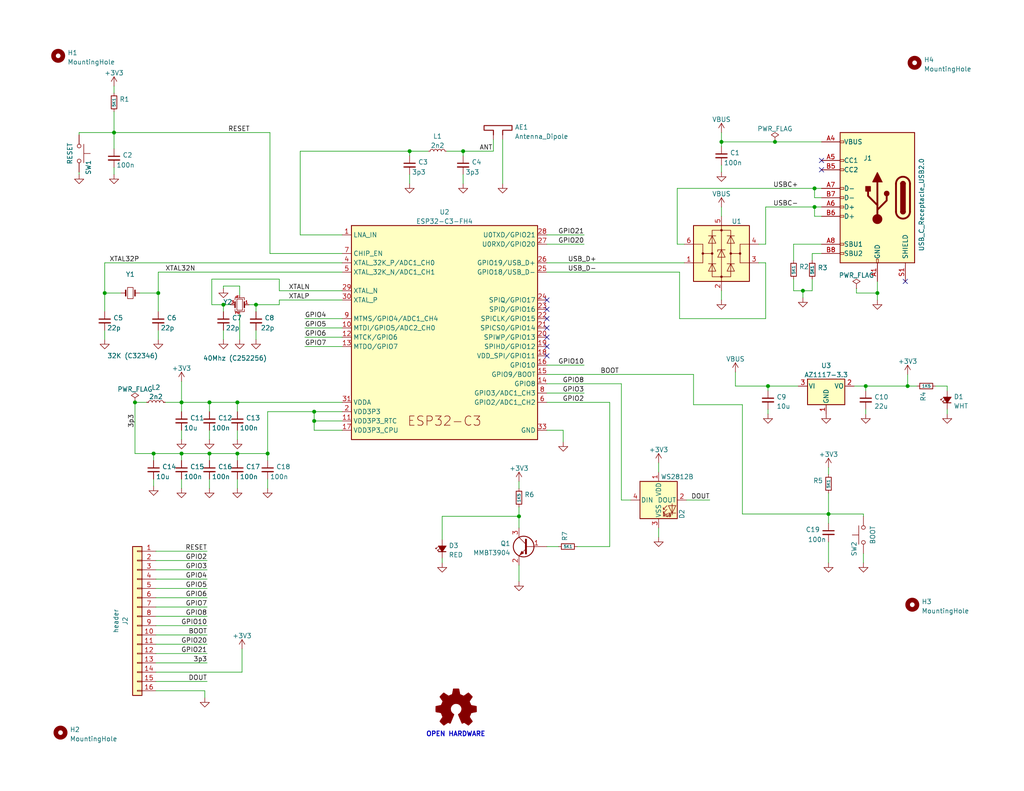
<source format=kicad_sch>
(kicad_sch (version 20211123) (generator eeschema)
  (paper "A")
  (title_block (title "MR-KOH") (date "2023-01-21") (rev "1") (company "Mobula Mobular"))
  (lib_symbols
    (symbol "Connector:USB_C_Receptacle_USB2.0" (pin_names (offset 1.016))
      (property "Reference" "J" (at -10.16 19.05 0))
      (property "Value" "USB_C_Receptacle_USB2.0" (at 19.05 19.05 0))
      (symbol "USB_C_Receptacle_USB2.0_1_1"
        (pin passive line (at 0 -22.86 90) (length 5.08) (name "GND") (number "A1"))
        (pin passive line (at 0 -22.86 90) (length 5.08) hide (name "GND") (number "A12"))
        (pin passive line (at 15.24 15.24 180) (length 5.08) (name "VBUS") (number "A4"))
        (pin bidirectional line (at 15.24 10.16 180) (length 5.08) (name "CC1") (number "A5"))
        (pin bidirectional line (at 15.24 -2.54 180) (length 5.08) (name "D+") (number "A6"))
        (pin bidirectional line (at 15.24 2.54 180) (length 5.08) (name "D-") (number "A7"))
        (pin bidirectional line (at 15.24 -12.7 180) (length 5.08) (name "SBU1") (number "A8"))
        (pin passive line (at 15.24 15.24 180) (length 5.08) hide (name "VBUS") (number "A9"))
        (pin passive line (at 0 -22.86 90) (length 5.08) hide (name "GND") (number "B1"))
        (pin passive line (at 0 -22.86 90) (length 5.08) hide (name "GND") (number "B12"))
        (pin passive line (at 15.24 15.24 180) (length 5.08) hide (name "VBUS") (number "B4"))
        (pin bidirectional line (at 15.24 7.62 180) (length 5.08) (name "CC2") (number "B5"))
        (pin bidirectional line (at 15.24 -5.08 180) (length 5.08) (name "D+") (number "B6"))
        (pin bidirectional line (at 15.24 0 180) (length 5.08) (name "D-") (number "B7"))
        (pin bidirectional line (at 15.24 -15.24 180) (length 5.08) (name "SBU2") (number "B8"))
        (pin passive line (at 15.24 15.24 180) (length 5.08) hide (name "VBUS") (number "B9"))
        (pin passive line (at -7.62 -22.86 90) (length 5.08) (name "SHIELD") (number "S1"))
      )
    )
    (symbol "Connector_Generic:Conn_01x16" (pin_names (offset 1.016) hide)
      (property "Reference" "J" (at 0 20.32 0))
      (property "Value" "Conn_01x16" (at 0 -22.86 0))
      (symbol "Conn_01x16_1_1"
        (pin passive line (at -5.08 17.78 0) (length 3.81) (name "Pin_1") (number "1"))
        (pin passive line (at -5.08 -5.08 0) (length 3.81) (name "Pin_10") (number "10"))
        (pin passive line (at -5.08 -7.62 0) (length 3.81) (name "Pin_11") (number "11"))
        (pin passive line (at -5.08 -10.16 0) (length 3.81) (name "Pin_12") (number "12"))
        (pin passive line (at -5.08 -12.7 0) (length 3.81) (name "Pin_13") (number "13"))
        (pin passive line (at -5.08 -15.24 0) (length 3.81) (name "Pin_14") (number "14"))
        (pin passive line (at -5.08 -17.78 0) (length 3.81) (name "Pin_15") (number "15"))
        (pin passive line (at -5.08 -20.32 0) (length 3.81) (name "Pin_16") (number "16"))
        (pin passive line (at -5.08 15.24 0) (length 3.81) (name "Pin_2") (number "2"))
        (pin passive line (at -5.08 12.7 0) (length 3.81) (name "Pin_3") (number "3"))
        (pin passive line (at -5.08 10.16 0) (length 3.81) (name "Pin_4") (number "4"))
        (pin passive line (at -5.08 7.62 0) (length 3.81) (name "Pin_5") (number "5"))
        (pin passive line (at -5.08 5.08 0) (length 3.81) (name "Pin_6") (number "6"))
        (pin passive line (at -5.08 2.54 0) (length 3.81) (name "Pin_7") (number "7"))
        (pin passive line (at -5.08 0 0) (length 3.81) (name "Pin_8") (number "8"))
        (pin passive line (at -5.08 -2.54 0) (length 3.81) (name "Pin_9") (number "9"))
      )
    )
    (symbol "Device:Antenna_Dipole" (pin_numbers hide) (pin_names (offset 1.016) hide)
      (property "Reference" "AE" (at 1.27 1.27 0))
      (property "Value" "Antenna_Dipole" (at 1.27 0 0))
      (symbol "Antenna_Dipole_1_1"
        (pin input line (at 0 -5.08 90) (length 2.54) (name "~") (number "1"))
        (pin input line (at 2.54 -5.08 90) (length 2.54) (name "~") (number "2"))
      )
    )
    (symbol "Device:C_Small" (pin_numbers hide) (pin_names (offset 0.254) hide)
      (property "Reference" "C" (at 0.254 1.778 0))
      (property "Value" "C_Small" (at 0.254 -2.032 0))
      (symbol "C_Small_1_1"
        (pin passive line (at 0 2.54 270) (length 2.032) (name "~") (number "1"))
        (pin passive line (at 0 -2.54 90) (length 2.032) (name "~") (number "2"))
      )
    )
    (symbol "Device:Crystal_GND24_Small" (pin_names (offset 1.016) hide)
      (property "Reference" "Y" (at 1.27 4.445 0))
      (property "Value" "Crystal_GND24_Small" (at 1.27 2.54 0))
      (symbol "Crystal_GND24_Small_1_1"
        (pin passive line (at -2.54 0 0) (length 1.27) (name "1") (number "1"))
        (pin passive line (at 0 -2.54 90) (length 0.635) (name "2") (number "2"))
        (pin passive line (at 2.54 0 180) (length 1.27) (name "3") (number "3"))
        (pin passive line (at 0 2.54 270) (length 0.635) (name "4") (number "4"))
      )
    )
    (symbol "Device:Crystal_Small" (pin_numbers hide) (pin_names (offset 1.016) hide)
      (property "Reference" "Y" (at 0 2.54 0))
      (property "Value" "Crystal_Small" (at 0 -2.54 0))
      (symbol "Crystal_Small_1_1"
        (pin passive line (at -2.54 0 0) (length 1.27) (name "1") (number "1"))
        (pin passive line (at 2.54 0 180) (length 1.27) (name "2") (number "2"))
      )
    )
    (symbol "Device:LED_Small_Filled" (pin_numbers hide) (pin_names (offset 0.254) hide)
      (property "Reference" "D" (at -1.27 3.175 0))
      (property "Value" "LED_Small_Filled" (at -4.445 -2.54 0))
      (symbol "LED_Small_Filled_1_1"
        (pin passive line (at -2.54 0 0) (length 1.778) (name "K") (number "1"))
        (pin passive line (at 2.54 0 180) (length 1.778) (name "A") (number "2"))
      )
    )
    (symbol "Device:L_Small" (pin_numbers hide) (pin_names (offset 0.254) hide)
      (property "Reference" "L" (at 0.762 1.016 0))
      (property "Value" "L_Small" (at 0.762 -1.016 0))
      (symbol "L_Small_1_1"
        (pin passive line (at 0 2.54 270) (length 0.508) (name "~") (number "1"))
        (pin passive line (at 0 -2.54 90) (length 0.508) (name "~") (number "2"))
      )
    )
    (symbol "Device:R_Small" (pin_numbers hide) (pin_names (offset 0.254) hide)
      (property "Reference" "R" (at 0.762 0.508 0))
      (property "Value" "R_Small" (at 0.762 -1.016 0))
      (symbol "R_Small_1_1"
        (pin passive line (at 0 2.54 270) (length 0.762) (name "~") (number "1"))
        (pin passive line (at 0 -2.54 90) (length 0.762) (name "~") (number "2"))
      )
    )
    (symbol "Espressif:ESP32-C3"
      (property "Reference" "U" (at -25.4 35.56 0))
      (property "Value" "ESP32-C3" (at -25.4 33.02 0))
      (symbol "ESP32-C3_0_0"
        (text "ESP32-C3" (at 0 -22.86 0) (effects (font (size 2.54 2.54))))
        (pin bidirectional line (at -27.94 27.94 0) (length 2.54) (name "LNA_IN") (number "1"))
        (pin bidirectional line (at -27.94 2.54 0) (length 2.54) (name "MTDI/GPIO5/ADC2_CH0") (number "10"))
        (pin power_in line (at -27.94 -22.86 0) (length 2.54) (name "VDD3P3_RTC") (number "11"))
        (pin bidirectional line (at -27.94 0 0) (length 2.54) (name "MTCK/GPIO6") (number "12"))
        (pin bidirectional line (at -27.94 -2.54 0) (length 2.54) (name "MTDO/GPIO7") (number "13"))
        (pin bidirectional line (at 27.94 -12.7 180) (length 2.54) (name "GPIO8") (number "14"))
        (pin bidirectional line (at 27.94 -10.16 180) (length 2.54) (name "GPIO9/BOOT") (number "15"))
        (pin bidirectional line (at 27.94 -7.62 180) (length 2.54) (name "GPIO10") (number "16"))
        (pin power_in line (at -27.94 -25.4 0) (length 2.54) (name "VDD3P3_CPU") (number "17"))
        (pin bidirectional line (at 27.94 -5.08 180) (length 2.54) (name "VDD_SPI/GPIO11") (number "18"))
        (pin bidirectional line (at 27.94 -2.54 180) (length 2.54) (name "SPIHD/GPIO12") (number "19"))
        (pin power_in line (at -27.94 -20.32 0) (length 2.54) (name "VDD3P3") (number "2"))
        (pin bidirectional line (at 27.94 0 180) (length 2.54) (name "SPIWP/GPIO13") (number "20"))
        (pin bidirectional line (at 27.94 2.54 180) (length 2.54) (name "SPICS0/GPIO14") (number "21"))
        (pin bidirectional line (at 27.94 5.08 180) (length 2.54) (name "SPICLK/GPIO15") (number "22"))
        (pin bidirectional line (at 27.94 7.62 180) (length 2.54) (name "SPID/GPIO16") (number "23"))
        (pin bidirectional line (at 27.94 10.16 180) (length 2.54) (name "SPIQ/GPIO17") (number "24"))
        (pin bidirectional line (at 27.94 17.78 180) (length 2.54) (name "GPIO18/USB_D-") (number "25"))
        (pin bidirectional line (at 27.94 20.32 180) (length 2.54) (name "GPIO19/USB_D+") (number "26"))
        (pin bidirectional line (at 27.94 25.4 180) (length 2.54) (name "U0RXD/GPIO20") (number "27"))
        (pin bidirectional line (at 27.94 27.94 180) (length 2.54) (name "U0TXD/GPIO21") (number "28"))
        (pin output line (at -27.94 12.7 0) (length 2.54) (name "XTAL_N") (number "29"))
        (pin input line (at -27.94 10.16 0) (length 2.54) (name "XTAL_P") (number "30"))
        (pin power_in line (at -27.94 -17.78 0) (length 2.54) (name "VDDA") (number "31"))
        (pin power_in line (at 27.94 -25.4 180) (length 2.54) (name "GND") (number "33"))
        (pin output line (at -27.94 20.32 0) (length 2.54) (name "XTAL_32K_P/ADC1_CH0") (number "4"))
        (pin input line (at -27.94 17.78 0) (length 2.54) (name "XTAL_32K_N/ADC1_CH1") (number "5"))
        (pin bidirectional line (at 27.94 -17.78 180) (length 2.54) (name "GPIO2/ADC1_CH2") (number "6"))
        (pin input line (at -27.94 22.86 0) (length 2.54) (name "CHIP_EN") (number "7"))
        (pin bidirectional line (at 27.94 -15.24 180) (length 2.54) (name "GPIO3/ADC1_CH3") (number "8"))
        (pin bidirectional line (at -27.94 5.08 0) (length 2.54) (name "MTMS/GPIO4/ADC1_CH4") (number "9"))
      )
      (symbol "ESP32-C3_0_1"
        (pin passive line (at -27.94 -20.32 0) (length 2.54) hide (name "VDD3P3") (number "3"))
        (pin passive line (at -27.94 -17.78 0) (length 2.54) hide (name "VDDA") (number "32"))
      )
    )
    (symbol "Graphic:Logo_Open_Hardware_Small" (pin_names (offset 1.016)))
    (symbol "LED:WS2812B" (pin_names (offset 0.254))
      (property "Reference" "D" (at 5.08 5.715 0))
      (property "Value" "WS2812B" (at 1.27 -5.715 0))
      (symbol "WS2812B_0_0"
        (text "RGB" (at 2.286 -4.191 0) (effects (font (size 0.762 0.762))))
      )
      (symbol "WS2812B_1_1"
        (pin power_in line (at 0 7.62 270) (length 2.54) (name "VDD") (number "1"))
        (pin output line (at 7.62 0 180) (length 2.54) (name "DOUT") (number "2"))
        (pin power_in line (at 0 -7.62 90) (length 2.54) (name "VSS") (number "3"))
        (pin input line (at -7.62 0 0) (length 2.54) (name "DIN") (number "4"))
      )
    )
    (symbol "Mechanical:MountingHole" (pin_names (offset 1.016))
      (property "Reference" "H" (at 0 5.08 0))
      (property "Value" "MountingHole" (at 0 3.175 0))
    )
    (symbol "Power_Protection:USBLC6-2SC6" (pin_names hide)
      (property "Reference" "U" (at 2.54 8.89 0))
      (property "Value" "USBLC6-2SC6" (at 2.54 -8.89 0))
      (symbol "USBLC6-2SC6_1_1"
        (pin passive line (at -10.16 -2.54 0) (length 2.54) (name "I/O1") (number "1"))
        (pin passive line (at 0 -10.16 90) (length 2.54) (name "GND") (number "2"))
        (pin passive line (at 10.16 -2.54 180) (length 2.54) (name "I/O2") (number "3"))
        (pin passive line (at 10.16 2.54 180) (length 2.54) (name "I/O2") (number "4"))
        (pin passive line (at 0 10.16 270) (length 2.54) (name "VBUS") (number "5"))
        (pin passive line (at -10.16 2.54 0) (length 2.54) (name "I/O1") (number "6"))
      )
    )
    (symbol "Regulator_Linear:AZ1117-3.3" (pin_names (offset 0.254))
      (property "Reference" "U" (at -3.81 3.175 0))
      (property "Value" "AZ1117-3.3" (at 0 3.175 0))
      (symbol "AZ1117-3.3_1_1"
        (pin power_in line (at 0 -7.62 90) (length 2.54) (name "GND") (number "1"))
        (pin power_out line (at 7.62 0 180) (length 2.54) (name "VO") (number "2"))
        (pin power_in line (at -7.62 0 0) (length 2.54) (name "VI") (number "3"))
      )
    )
    (symbol "Switch:SW_Push" (pin_numbers hide) (pin_names (offset 1.016) hide)
      (property "Reference" "SW" (at 1.27 2.54 0))
      (property "Value" "SW_Push" (at 0 -1.524 0))
      (symbol "SW_Push_0_1"
        (pin passive line (at -5.08 0 0) (length 2.54) (name "1") (number "1"))
        (pin passive line (at 5.08 0 180) (length 2.54) (name "2") (number "2"))
      )
    )
    (symbol "Transistor_BJT:MMBT3904" (pin_names (offset 0) hide)
      (property "Reference" "Q" (at 5.08 1.905 0))
      (property "Value" "MMBT3904" (at 5.08 0 0))
      (symbol "MMBT3904_1_1"
        (pin input line (at -5.08 0 0) (length 5.715) (name "B") (number "1"))
        (pin passive line (at 2.54 -5.08 90) (length 2.54) (name "E") (number "2"))
        (pin passive line (at 2.54 5.08 270) (length 2.54) (name "C") (number "3"))
      )
    )
    (symbol "power:+3V3" (power) (pin_names (offset 0))
      (property "Value" "+3V3" (at 0 3.556 0))
      (symbol "+3V3_1_1"
        (pin power_in line (at 0 0 90) (length 0) hide (name "+3V3") (number "1"))
      )
    )
    (symbol "power:GND" (power) (pin_names (offset 0))
      (property "Value" "GND" (at 0 -3.81 0))
      (symbol "GND_1_1"
        (pin power_in line (at 0 0 270) (length 0) hide (name "GND") (number "1"))
      )
    )
    (symbol "power:PWR_FLAG" (power) (pin_numbers hide) (pin_names (offset 0) hide)
      (property "Value" "PWR_FLAG" (at 0 3.81 0))
      (symbol "PWR_FLAG_0_0"
        (pin power_out line (at 0 0 90) (length 0) (name "pwr") (number "1"))
      )
    )
    (symbol "power:VBUS" (power) (pin_names (offset 0))
      (property "Value" "VBUS" (at 0 3.81 0))
      (symbol "VBUS_1_1"
        (pin power_in line (at 0 0 90) (length 0) hide (name "VBUS") (number "1"))
      )
    )
  )
  (junction (at 209.55 105.41))
  (junction (at 28.575 80.01))
  (junction (at 219.075 79.375))
  (junction (at 85.725 112.395))
  (junction (at 49.53 109.855))
  (junction (at 239.395 80.01))
  (junction (at 126.365 41.275))
  (junction (at 73.025 123.825))
  (junction (at 64.77 123.825))
  (junction (at 247.65 105.41))
  (junction (at 226.06 140.335))
  (junction (at 43.18 80.01))
  (junction (at 222.25 56.515))
  (junction (at 36.83 109.855))
  (junction (at 69.85 83.185))
  (junction (at 222.25 51.435))
  (junction (at 41.91 123.825))
  (junction (at 236.22 105.41))
  (junction (at 64.77 109.855))
  (junction (at 141.605 140.97))
  (junction (at 57.15 109.855))
  (junction (at 85.725 114.935))
  (junction (at 196.85 38.735))
  (junction (at 49.53 123.825))
  (junction (at 60.96 83.185))
  (junction (at 211.455 38.735))
  (junction (at 31.115 36.195))
  (junction (at 57.15 123.825))
  (junction (at 111.76 41.275))
  (no_connect (at 247.015 76.835))
  (no_connect (at 224.155 46.355))
  (no_connect (at 149.225 92.075))
  (no_connect (at 224.155 43.815))
  (no_connect (at 149.225 89.535))
  (no_connect (at 149.225 86.995))
  (no_connect (at 149.225 97.155))
  (no_connect (at 149.225 94.615))
  (no_connect (at 149.225 84.455))
  (no_connect (at 149.225 81.915))
  (wire (pts (xy 111.76 41.275) (xy 111.76 42.545)))
  (wire (pts (xy 65.405 78.105) (xy 60.96 78.105)))
  (wire (pts (xy 258.445 105.41) (xy 258.445 106.68)))
  (wire (pts (xy 41.91 123.825) (xy 41.91 125.73)))
  (wire (pts (xy 202.565 140.335) (xy 202.565 110.49)))
  (wire (pts (xy 73.66 36.195) (xy 31.115 36.195)))
  (wire (pts (xy 65.405 80.645) (xy 65.405 78.105)))
  (wire (pts (xy 169.545 104.775) (xy 169.545 136.525)))
  (wire (pts (xy 222.25 51.435) (xy 222.25 53.975)))
  (wire (pts (xy 224.155 66.675) (xy 216.535 66.675)))
  (wire (pts (xy 258.445 111.76) (xy 258.445 113.03)))
  (wire (pts (xy 149.225 99.695) (xy 159.385 99.695)))
  (wire (pts (xy 43.18 74.295) (xy 93.345 74.295)))
  (wire (pts (xy 111.76 47.625) (xy 111.76 50.165)))
  (wire (pts (xy 49.53 109.855) (xy 49.53 112.395)))
  (wire (pts (xy 56.515 160.655) (xy 42.545 160.655)))
  (wire (pts (xy 236.22 111.76) (xy 236.22 113.03)))
  (wire (pts (xy 235.585 140.335) (xy 235.585 140.97)))
  (wire (pts (xy 93.345 69.215) (xy 73.66 69.215)))
  (wire (pts (xy 73.025 130.81) (xy 73.025 133.35)))
  (wire (pts (xy 81.915 41.275) (xy 111.76 41.275)))
  (wire (pts (xy 31.115 30.48) (xy 31.115 36.195)))
  (wire (pts (xy 49.53 130.81) (xy 49.53 133.35)))
  (wire (pts (xy 222.25 59.055) (xy 222.25 56.515)))
  (wire (pts (xy 111.76 41.275) (xy 116.84 41.275)))
  (wire (pts (xy 66.04 183.515) (xy 42.545 183.515)))
  (wire (pts (xy 93.345 109.855) (xy 64.77 109.855)))
  (wire (pts (xy 64.77 123.825) (xy 57.15 123.825)))
  (wire (pts (xy 239.395 80.01) (xy 239.395 81.915)))
  (wire (pts (xy 141.605 140.97) (xy 141.605 144.145)))
  (wire (pts (xy 76.2 83.185) (xy 69.85 83.185)))
  (wire (pts (xy 42.545 186.055) (xy 56.515 186.055)))
  (wire (pts (xy 21.59 36.195) (xy 31.115 36.195)))
  (wire (pts (xy 224.155 69.215) (xy 221.615 69.215)))
  (wire (pts (xy 236.22 106.68) (xy 236.22 105.41)))
  (wire (pts (xy 222.25 56.515) (xy 224.155 56.515)))
  (wire (pts (xy 208.915 66.675) (xy 208.915 56.515)))
  (wire (pts (xy 153.67 117.475) (xy 153.67 120.65)))
  (wire (pts (xy 196.85 36.195) (xy 196.85 38.735)))
  (wire (pts (xy 226.06 140.335) (xy 226.06 142.875)))
  (wire (pts (xy 224.155 38.735) (xy 211.455 38.735)))
  (wire (pts (xy 43.18 90.17) (xy 43.18 92.71)))
  (wire (pts (xy 239.395 76.835) (xy 239.395 80.01)))
  (wire (pts (xy 81.915 64.135) (xy 81.915 41.275)))
  (wire (pts (xy 49.53 123.825) (xy 49.53 125.73)))
  (wire (pts (xy 57.15 109.855) (xy 57.15 112.395)))
  (wire (pts (xy 224.155 59.055) (xy 222.25 59.055)))
  (wire (pts (xy 31.115 45.72) (xy 31.115 47.625)))
  (wire (pts (xy 83.185 89.535) (xy 93.345 89.535)))
  (wire (pts (xy 93.345 112.395) (xy 85.725 112.395)))
  (wire (pts (xy 31.115 36.195) (xy 31.115 40.64)))
  (wire (pts (xy 83.185 94.615) (xy 93.345 94.615)))
  (wire (pts (xy 42.545 188.595) (xy 55.88 188.595)))
  (wire (pts (xy 226.06 134.62) (xy 226.06 140.335)))
  (wire (pts (xy 196.85 38.735) (xy 196.85 40.005)))
  (wire (pts (xy 134.62 38.1) (xy 134.62 41.275)))
  (wire (pts (xy 185.42 74.295) (xy 185.42 86.995)))
  (wire (pts (xy 202.565 110.49) (xy 189.23 110.49)))
  (wire (pts (xy 200.66 101.6) (xy 200.66 105.41)))
  (wire (pts (xy 28.575 80.01) (xy 33.02 80.01)))
  (wire (pts (xy 57.785 76.2) (xy 57.785 83.185)))
  (wire (pts (xy 200.66 105.41) (xy 209.55 105.41)))
  (wire (pts (xy 186.69 66.675) (xy 184.785 66.675)))
  (wire (pts (xy 49.53 109.855) (xy 49.53 104.14)))
  (wire (pts (xy 179.705 126.365) (xy 179.705 128.905)))
  (wire (pts (xy 38.1 80.01) (xy 43.18 80.01)))
  (wire (pts (xy 149.225 102.235) (xy 189.23 102.235)))
  (wire (pts (xy 149.225 109.855) (xy 166.37 109.855)))
  (wire (pts (xy 187.325 136.525) (xy 193.675 136.525)))
  (wire (pts (xy 60.96 83.185) (xy 60.96 85.09)))
  (wire (pts (xy 235.585 151.13) (xy 235.585 153.67)))
  (wire (pts (xy 185.42 86.995) (xy 208.915 86.995)))
  (wire (pts (xy 41.91 123.825) (xy 36.83 123.825)))
  (wire (pts (xy 141.605 154.305) (xy 141.605 158.75)))
  (wire (pts (xy 76.2 76.2) (xy 57.785 76.2)))
  (wire (pts (xy 120.65 152.4) (xy 120.65 153.67)))
  (wire (pts (xy 73.025 123.825) (xy 64.77 123.825)))
  (wire (pts (xy 73.025 123.825) (xy 73.025 125.73)))
  (wire (pts (xy 21.59 36.195) (xy 21.59 36.83)))
  (wire (pts (xy 255.27 105.41) (xy 258.445 105.41)))
  (wire (pts (xy 56.515 175.895) (xy 42.545 175.895)))
  (wire (pts (xy 247.65 105.41) (xy 247.65 102.235)))
  (wire (pts (xy 184.785 51.435) (xy 222.25 51.435)))
  (wire (pts (xy 49.53 117.475) (xy 49.53 120.015)))
  (wire (pts (xy 43.18 80.01) (xy 43.18 85.09)))
  (wire (pts (xy 208.915 71.755) (xy 207.01 71.755)))
  (wire (pts (xy 57.15 109.855) (xy 49.53 109.855)))
  (wire (pts (xy 28.575 80.01) (xy 28.575 85.09)))
  (wire (pts (xy 126.365 41.275) (xy 134.62 41.275)))
  (wire (pts (xy 66.04 177.165) (xy 66.04 183.515)))
  (wire (pts (xy 45.085 109.855) (xy 49.53 109.855)))
  (wire (pts (xy 226.06 127.635) (xy 226.06 129.54)))
  (wire (pts (xy 76.2 81.915) (xy 76.2 83.185)))
  (wire (pts (xy 216.535 79.375) (xy 219.075 79.375)))
  (wire (pts (xy 149.225 104.775) (xy 169.545 104.775)))
  (wire (pts (xy 56.515 163.195) (xy 42.545 163.195)))
  (wire (pts (xy 196.85 79.375) (xy 196.85 81.915)))
  (wire (pts (xy 56.515 173.355) (xy 42.545 173.355)))
  (wire (pts (xy 126.365 41.275) (xy 126.365 42.545)))
  (wire (pts (xy 56.515 150.495) (xy 42.545 150.495)))
  (wire (pts (xy 121.92 41.275) (xy 126.365 41.275)))
  (wire (pts (xy 28.575 90.17) (xy 28.575 92.71)))
  (wire (pts (xy 184.785 51.435) (xy 184.785 66.675)))
  (wire (pts (xy 41.91 130.81) (xy 41.91 132.715)))
  (wire (pts (xy 216.535 76.2) (xy 216.535 79.375)))
  (wire (pts (xy 221.615 69.215) (xy 221.615 71.12)))
  (wire (pts (xy 60.96 90.17) (xy 60.96 92.71)))
  (wire (pts (xy 57.15 130.81) (xy 57.15 133.35)))
  (wire (pts (xy 224.155 51.435) (xy 222.25 51.435)))
  (wire (pts (xy 233.68 78.74) (xy 233.68 80.01)))
  (wire (pts (xy 36.83 109.855) (xy 40.005 109.855)))
  (wire (pts (xy 69.85 83.185) (xy 69.85 85.09)))
  (wire (pts (xy 137.16 38.1) (xy 137.16 50.165)))
  (wire (pts (xy 60.96 78.105) (xy 60.96 78.74)))
  (wire (pts (xy 179.705 144.145) (xy 179.705 146.685)))
  (wire (pts (xy 85.725 114.935) (xy 85.725 112.395)))
  (wire (pts (xy 208.915 71.755) (xy 208.915 86.995)))
  (wire (pts (xy 73.66 69.215) (xy 73.66 36.195)))
  (wire (pts (xy 149.225 74.295) (xy 185.42 74.295)))
  (wire (pts (xy 149.225 64.135) (xy 159.385 64.135)))
  (wire (pts (xy 209.55 105.41) (xy 209.55 106.68)))
  (wire (pts (xy 28.575 71.755) (xy 28.575 80.01)))
  (wire (pts (xy 64.77 109.855) (xy 57.15 109.855)))
  (wire (pts (xy 55.88 188.595) (xy 55.88 190.5)))
  (wire (pts (xy 216.535 66.675) (xy 216.535 71.12)))
  (wire (pts (xy 76.2 81.915) (xy 93.345 81.915)))
  (wire (pts (xy 126.365 47.625) (xy 126.365 50.165)))
  (wire (pts (xy 149.225 149.225) (xy 152.4 149.225)))
  (wire (pts (xy 141.605 138.43) (xy 141.605 140.97)))
  (wire (pts (xy 83.185 86.995) (xy 93.345 86.995)))
  (wire (pts (xy 120.65 147.32) (xy 120.65 140.97)))
  (wire (pts (xy 57.15 123.825) (xy 49.53 123.825)))
  (wire (pts (xy 226.06 147.955) (xy 226.06 153.67)))
  (wire (pts (xy 149.225 71.755) (xy 186.69 71.755)))
  (wire (pts (xy 233.045 105.41) (xy 236.22 105.41)))
  (wire (pts (xy 76.2 79.375) (xy 93.345 79.375)))
  (wire (pts (xy 56.515 168.275) (xy 42.545 168.275)))
  (wire (pts (xy 57.15 117.475) (xy 57.15 120.015)))
  (wire (pts (xy 202.565 140.335) (xy 226.06 140.335)))
  (wire (pts (xy 221.615 79.375) (xy 221.615 76.2)))
  (wire (pts (xy 209.55 111.76) (xy 209.55 113.03)))
  (wire (pts (xy 73.025 112.395) (xy 73.025 123.825)))
  (wire (pts (xy 42.545 180.975) (xy 56.515 180.975)))
  (wire (pts (xy 93.345 64.135) (xy 81.915 64.135)))
  (wire (pts (xy 36.83 109.855) (xy 36.83 123.825)))
  (wire (pts (xy 64.77 130.81) (xy 64.77 133.35)))
  (wire (pts (xy 207.01 66.675) (xy 208.915 66.675)))
  (wire (pts (xy 56.515 170.815) (xy 42.545 170.815)))
  (wire (pts (xy 85.725 112.395) (xy 73.025 112.395)))
  (wire (pts (xy 21.59 46.99) (xy 21.59 47.625)))
  (wire (pts (xy 93.345 71.755) (xy 28.575 71.755)))
  (wire (pts (xy 141.605 131.445) (xy 141.605 133.35)))
  (wire (pts (xy 67.945 83.185) (xy 69.85 83.185)))
  (wire (pts (xy 83.185 92.075) (xy 93.345 92.075)))
  (wire (pts (xy 85.725 117.475) (xy 85.725 114.935)))
  (wire (pts (xy 65.405 85.725) (xy 65.405 92.71)))
  (wire (pts (xy 43.18 74.295) (xy 43.18 80.01)))
  (wire (pts (xy 93.345 117.475) (xy 85.725 117.475)))
  (wire (pts (xy 64.77 109.855) (xy 64.77 112.395)))
  (wire (pts (xy 64.77 117.475) (xy 64.77 120.015)))
  (wire (pts (xy 233.68 80.01) (xy 239.395 80.01)))
  (wire (pts (xy 236.22 105.41) (xy 247.65 105.41)))
  (wire (pts (xy 196.85 45.085) (xy 196.85 46.99)))
  (wire (pts (xy 189.23 110.49) (xy 189.23 102.235)))
  (wire (pts (xy 31.115 23.495) (xy 31.115 25.4)))
  (wire (pts (xy 169.545 136.525) (xy 172.085 136.525)))
  (wire (pts (xy 64.77 123.825) (xy 64.77 125.73)))
  (wire (pts (xy 196.85 56.515) (xy 196.85 59.055)))
  (wire (pts (xy 56.515 155.575) (xy 42.545 155.575)))
  (wire (pts (xy 60.96 83.185) (xy 57.785 83.185)))
  (wire (pts (xy 222.25 53.975) (xy 224.155 53.975)))
  (wire (pts (xy 57.15 123.825) (xy 57.15 125.73)))
  (wire (pts (xy 56.515 153.035) (xy 42.545 153.035)))
  (wire (pts (xy 211.455 38.735) (xy 196.85 38.735)))
  (wire (pts (xy 166.37 149.225) (xy 166.37 109.855)))
  (wire (pts (xy 56.515 158.115) (xy 42.545 158.115)))
  (wire (pts (xy 49.53 123.825) (xy 41.91 123.825)))
  (wire (pts (xy 149.225 107.315) (xy 159.385 107.315)))
  (wire (pts (xy 219.075 79.375) (xy 221.615 79.375)))
  (wire (pts (xy 56.515 165.735) (xy 42.545 165.735)))
  (wire (pts (xy 149.225 117.475) (xy 153.67 117.475)))
  (wire (pts (xy 219.075 79.375) (xy 219.075 81.28)))
  (wire (pts (xy 209.55 105.41) (xy 217.805 105.41)))
  (wire (pts (xy 93.345 114.935) (xy 85.725 114.935)))
  (wire (pts (xy 208.915 56.515) (xy 222.25 56.515)))
  (wire (pts (xy 157.48 149.225) (xy 166.37 149.225)))
  (wire (pts (xy 235.585 140.335) (xy 226.06 140.335)))
  (wire (pts (xy 69.85 90.17) (xy 69.85 92.71)))
  (wire (pts (xy 76.2 79.375) (xy 76.2 76.2)))
  (wire (pts (xy 120.65 140.97) (xy 141.605 140.97)))
  (wire (pts (xy 56.515 178.435) (xy 42.545 178.435)))
  (wire (pts (xy 62.865 83.185) (xy 60.96 83.185)))
  (wire (pts (xy 149.225 66.675) (xy 159.385 66.675)))
  (wire (pts (xy 247.65 105.41) (xy 250.19 105.41)))
  (text "OPEN HARDWARE" (at 116.205 201.295 0) (effects (font (size 1.27 1.27) (thickness 0.254) bold) (justify left bottom)))
  (label "GPIO7" (at 56.515 165.735 180))
  (label "GPIO21" (at 56.515 178.435 180))
  (label "USBC-" (at 217.805 56.515 180))
  (label "GPIO6" (at 83.185 92.075 0))
  (label "GPIO10" (at 159.385 99.695 180))
  (label "GPIO7" (at 83.185 94.615 0))
  (label "GPIO20" (at 56.515 175.895 180))
  (label "GPIO2" (at 56.515 153.035 180))
  (label "XTAL32P" (at 29.845 71.755 0))
  (label "USBC+" (at 217.805 51.435 180))
  (label "GPIO6" (at 56.515 163.195 180))
  (label "GPIO5" (at 83.185 89.535 0))
  (label "DOUT" (at 56.515 186.055 180))
  (label "GPIO21" (at 159.385 64.135 180))
  (label "3p3" (at 36.83 113.03 270))
  (label "USB_D+" (at 154.94 71.755 0))
  (label "BOOT" (at 168.91 102.235 180))
  (label "RESET" (at 62.23 36.195 0))
  (label "ANT" (at 130.81 41.275 0))
  (label "GPIO5" (at 56.515 160.655 180))
  (label "GPIO4" (at 56.515 158.115 180))
  (label "XTAL32N" (at 45.085 74.295 0))
  (label "BOOT" (at 56.515 173.355 180))
  (label "XTALN" (at 78.74 79.375 0))
  (label "DOUT" (at 193.675 136.525 180))
  (label "3p3" (at 56.515 180.975 180))
  (label "GPIO2" (at 159.385 109.855 180))
  (label "GPIO8" (at 56.515 168.275 180))
  (label "GPIO10" (at 56.515 170.815 180))
  (label "GPIO8" (at 159.385 104.775 180))
  (label "GPIO3" (at 56.515 155.575 180))
  (label "USB_D-" (at 154.94 74.295 0))
  (label "GPIO20" (at 159.385 66.675 180))
  (label "GPIO3" (at 159.385 107.315 180))
  (label "XTALP" (at 78.74 81.915 0))
  (label "RESET" (at 56.515 150.495 180))
  (label "GPIO4" (at 83.185 86.995 0))
  (symbol (lib_id "power:GND") (at 49.53 120.015 0) (unit 1)
    (property "Reference" "#PWR026" (effects hide))
    (property "Value" "GND" (effects hide))
  )
  (symbol (lib_id "power:GND") (at 196.85 81.915 0) (unit 1)
    (property "Reference" "#PWR013" (effects hide))
    (property "Value" "GND" (effects hide))
  )
  (symbol (lib_id "Connector_Generic:Conn_01x16") (at 37.465 168.275 0) (mirror y) (unit 1)
    (property "Reference" "J2" (at 34.1646 169.545 90))
    (property "Value" "header" (at 31.6277 169.545 90))
    (property "Footprint" "Connector_PinHeader_2.54mm:PinHeader_1x16_P2.54mm_Vertical" (effects hide))
  )
  (symbol (lib_id "Device:C_Small") (at 49.53 114.935 0) (unit 1)
    (property "Reference" "C11" (at 51.8541 114.1066 0) (effects (justify left)))
    (property "Value" "10u" (at 50.165 116.84 0) (effects (justify left)))
    (property "Footprint" "Capacitor_SMD:C_0603_1608Metric" (effects hide))
    (property "LCSC" "C96446" (effects hide))
  )
  (symbol (lib_id "Device:C_Small") (at 31.115 43.18 0) (unit 1)
    (property "Reference" "C2" (at 33.4391 42.3516 0) (effects (justify left)))
    (property "Value" "100n" (at 31.75 45.085 0) (effects (justify left)))
    (property "Footprint" "Capacitor_SMD:C_0402_1005Metric" (effects hide))
    (property "LCSC" "C60474" (effects hide))
  )
  (symbol (lib_id "power:GND") (at 31.115 47.625 0) (unit 1)
    (property "Reference" "#PWR05" (effects hide))
    (property "Value" "GND" (effects hide))
  )
  (symbol (lib_id "Device:C_Small") (at 126.365 45.085 0) (unit 1)
    (property "Reference" "C4" (at 128.6891 44.2566 0) (effects (justify left)))
    (property "Value" "3p3" (at 127 46.99 0) (effects (justify left)))
    (property "Footprint" "Capacitor_SMD:C_0402_1005Metric" (effects hide))
    (property "LCSC" "C1565" (effects hide))
  )
  (symbol (lib_id "power:VBUS") (at 200.66 101.6 0) (unit 1)
    (property "Reference" "#PWR019" (effects hide))
    (property "Value" "VBUS" (at 200.66 98.0242 0))
  )
  (symbol (lib_id "Device:C_Small") (at 196.85 42.545 0) (unit 1)
    (property "Reference" "C1" (at 199.1741 41.7166 0) (effects (justify left)))
    (property "Value" "100n" (at 197.485 44.45 0) (effects (justify left)))
    (property "Footprint" "Capacitor_SMD:C_0402_1005Metric" (effects hide))
    (property "LCSC" "C60474" (effects hide))
  )
  (symbol (lib_id "power:VBUS") (at 196.85 56.515 0) (unit 1)
    (property "Reference" "#PWR09" (effects hide))
    (property "Value" "VBUS" (at 196.85 52.9392 0))
  )
  (symbol (lib_id "Mechanical:MountingHole") (at 249.555 17.145 0) (unit 1)
    (property "Reference" "H4" (at 252.095 16.3103 0) (effects (justify left)))
    (property "Value" "MountingHole" (at 252.095 18.8472 0) (effects (justify left)))
    (property "Footprint" "GAP:MountingHole_1152_JLCPCB" (effects hide))
  )
  (symbol (lib_id "Device:C_Small") (at 73.025 128.27 0) (unit 1)
    (property "Reference" "C18" (at 75.3491 127.4416 0) (effects (justify left)))
    (property "Value" "100n" (at 73.66 130.175 0) (effects (justify left)))
    (property "Footprint" "Capacitor_SMD:C_0402_1005Metric" (effects hide))
    (property "LCSC" "C60474" (effects hide))
  )
  (symbol (lib_id "Device:L_Small") (at 42.545 109.855 90) (unit 1)
    (property "Reference" "L2" (at 42.545 105.7742 90))
    (property "Value" "2n2" (at 42.545 108.3111 90))
    (property "Footprint" "Inductor_SMD:L_0402_1005Metric" (effects hide))
    (property "LCSC" "C76790" (effects hide))
  )
  (symbol (lib_id "power:+3V3") (at 49.53 104.14 0) (unit 1)
    (property "Reference" "#PWR021" (effects hide))
    (property "Value" "+3V3" (at 49.53 100.5642 0))
  )
  (symbol (lib_id "power:GND") (at 111.76 50.165 0) (unit 1)
    (property "Reference" "#PWR06" (effects hide))
    (property "Value" "GND" (effects hide))
  )
  (symbol (lib_id "power:VBUS") (at 196.85 36.195 0) (unit 1)
    (property "Reference" "#PWR02" (effects hide))
    (property "Value" "VBUS" (at 196.85 32.6192 0))
  )
  (symbol (lib_id "power:+3V3") (at 179.705 126.365 0) (mirror y) (unit 1)
    (property "Reference" "#PWR030" (effects hide))
    (property "Value" "+3V3" (at 179.705 122.7892 0))
  )
  (symbol (lib_id "Regulator_Linear:AZ1117-3.3") (at 225.425 105.41 0) (unit 1)
    (property "Reference" "U3" (at 225.425 99.8052 0))
    (property "Value" "AZ1117-3.3" (at 225.425 102.3421 0))
    (property "Footprint" "Package_TO_SOT_SMD:SOT-223-3_TabPin2" (effects hide))
    (property "Datasheet" "https://www.diodes.com/assets/Datasheets/AZ1117.pdf" (effects hide))
    (property "LCSC" "C92517" (effects hide))
  )
  (symbol (lib_id "Device:C_Small") (at 49.53 128.27 0) (unit 1)
    (property "Reference" "C15" (at 51.8541 127.4416 0) (effects (justify left)))
    (property "Value" "100n" (at 50.165 130.175 0) (effects (justify left)))
    (property "Footprint" "Capacitor_SMD:C_0402_1005Metric" (effects hide))
    (property "LCSC" "C60474" (effects hide))
  )
  (symbol (lib_id "Switch:SW_Push") (at 21.59 41.91 270) (unit 1)
    (property "Reference" "SW1" (at 24.13 45.72 0))
    (property "Value" "RESET" (at 19.05 41.91 0))
    (property "Footprint" "Button_Switch_SMD:SW_Push_SPST_NO_Alps_SKRK" (effects hide))
    (property "LCSC" "C202388" (effects hide))
  )
  (symbol (lib_id "power:GND") (at 235.585 153.67 0) (mirror y) (unit 1)
    (property "Reference" "#PWR041" (effects hide))
    (property "Value" "GND" (effects hide))
  )
  (symbol (lib_id "power:GND") (at 219.075 81.28 0) (unit 1)
    (property "Reference" "#PWR012" (effects hide))
    (property "Value" "GND" (effects hide))
  )
  (symbol (lib_id "Device:R_Small") (at 154.94 149.225 90) (unit 1)
    (property "Reference" "R7" (at 154.1053 147.7264 0) (effects (justify left)))
    (property "Value" "5K1" (at 156.21 149.225 90) (effects (font (size 0.8 0.8)) (justify left)))
    (property "Footprint" "Resistor_SMD:R_0402_1005Metric" (effects hide))
    (property "LCSC" "C25905" (effects hide))
  )
  (symbol (lib_id "Transistor_BJT:MMBT3904") (at 144.145 149.225 0) (mirror y) (unit 1)
    (property "Reference" "Q1" (at 139.2936 148.3903 0) (effects (justify left)))
    (property "Value" "MMBT3904" (at 139.2936 150.9272 0) (effects (justify left)))
    (property "Footprint" "Package_TO_SOT_SMD:SOT-23" (effects hide))
    (property "Datasheet" "https://www.onsemi.com/pub/Collateral/2N3903-D.PDF" (effects hide))
    (property "LCSC" "C20526" (effects hide))
  )
  (symbol (lib_id "power:GND") (at 28.575 92.71 0) (unit 1)
    (property "Reference" "#PWR014" (effects hide))
    (property "Value" "GND" (effects hide))
  )
  (symbol (lib_id "power:GND") (at 49.53 133.35 0) (unit 1)
    (property "Reference" "#PWR034" (effects hide))
    (property "Value" "GND" (effects hide))
  )
  (symbol (lib_id "Device:C_Small") (at 236.22 109.22 0) (unit 1)
    (property "Reference" "C10" (at 238.5441 108.3916 0) (effects (justify left)))
    (property "Value" "22u" (at 238.5441 110.9285 0) (effects (justify left)))
    (property "Footprint" "Capacitor_SMD:C_0805_2012Metric" (effects hide))
    (property "LCSC" "C45783" (effects hide))
  )
  (symbol (lib_id "Device:R_Small") (at 221.615 73.66 0) (unit 1)
    (property "Reference" "R3" (at 223.1136 73.0872 0) (effects (justify left)))
    (property "Value" "5K1" (at 221.615 74.93 90) (effects (font (size 0.8 0.8)) (justify left)))
    (property "Footprint" "Resistor_SMD:R_0402_1005Metric" (effects hide))
    (property "LCSC" "C25905" (effects hide))
  )
  (symbol (lib_id "Device:Crystal_GND24_Small") (at 65.405 83.185 0) (mirror y) (unit 1)
    (property "Reference" "Y2" (at 62.1416 82.454 0))
    (property "Value" "40Mhz (C252256)" (at 64.135 97.79 0))
    (property "Footprint" "Crystal:Crystal_SMD_3225-4Pin_3.2x2.5mm" (effects hide))
    (property "LCSC" "C252256" (effects hide))
  )
  (symbol (lib_id "Device:R_Small") (at 252.73 105.41 90) (mirror x) (unit 1)
    (property "Reference" "R4" (at 251.8953 106.9086 0) (effects (justify left)))
    (property "Value" "1K5" (at 254 105.41 90) (effects (font (size 0.8 0.8)) (justify left)))
    (property "Footprint" "Resistor_SMD:R_0402_1005Metric" (effects hide))
    (property "LCSC" "C25867" (effects hide))
  )
  (symbol (lib_id "power:GND") (at 60.96 92.71 0) (unit 1)
    (property "Reference" "#PWR016" (effects hide))
    (property "Value" "GND" (effects hide))
  )
  (symbol (lib_id "Device:Crystal_Small") (at 35.56 80.01 0) (unit 1)
    (property "Reference" "Y1" (at 35.56 74.9132 0))
    (property "Value" "32K (C32346)" (at 36.195 97.155 0))
    (property "Footprint" "Crystal:Crystal_SMD_3215-2Pin_3.2x1.5mm" (effects hide))
    (property "LCSC" "C32346" (effects hide))
  )
  (symbol (lib_id "power:+3V3") (at 31.115 23.495 0) (unit 1)
    (property "Reference" "#PWR01" (effects hide))
    (property "Value" "+3V3" (at 31.115 19.9192 0))
  )
  (symbol (lib_id "Espressif:ESP32-C3") (at 121.285 92.075 0) (unit 1)
    (property "Reference" "U2" (at 121.285 57.8952 0))
    (property "Value" "ESP32-C3-FH4" (at 121.285 60.4321 0))
    (property "Footprint" "Package_DFN_QFN:QFN-32-1EP_5x5mm_P0.5mm_EP3.45x3.45mm" (effects hide))
    (property "Datasheet" "https://www.espressif.com/sites/default/files/documentation/esp32-c3_datasheet_en.pdf" (effects hide))
    (property "LCSC" "C2858491" (effects hide))
  )
  (symbol (lib_id "power:GND") (at 57.15 133.35 0) (unit 1)
    (property "Reference" "#PWR035" (effects hide))
    (property "Value" "GND" (effects hide))
  )
  (symbol (lib_id "Mechanical:MountingHole") (at 248.92 165.1 0) (unit 1)
    (property "Reference" "H3" (at 251.46 164.2653 0) (effects (justify left)))
    (property "Value" "MountingHole" (at 251.46 166.8022 0) (effects (justify left)))
    (property "Footprint" "GAP:MountingHole_1152_JLCPCB" (effects hide))
  )
  (symbol (lib_id "power:GND") (at 137.16 50.165 0) (unit 1)
    (property "Reference" "#PWR08" (effects hide))
    (property "Value" "GND" (effects hide))
  )
  (symbol (lib_id "power:GND") (at 239.395 81.915 0) (unit 1)
    (property "Reference" "#PWR011" (effects hide))
    (property "Value" "GND" (effects hide))
  )
  (symbol (lib_id "Device:LED_Small_Filled") (at 120.65 149.86 90) (unit 1)
    (property "Reference" "D3" (at 122.428 148.9618 90) (effects (justify right)))
    (property "Value" "RED" (at 122.428 151.4987 90) (effects (justify right)))
    (property "Footprint" "LED_SMD:LED_0603_1608Metric" (effects hide))
    (property "LCSC" "C2290" (effects hide))
  )
  (symbol (lib_id "power:GND") (at 55.88 190.5 0) (unit 1)
    (property "Reference" "#PWR044" (effects hide))
    (property "Value" "GND" (effects hide))
  )
  (symbol (lib_id "Device:L_Small") (at 119.38 41.275 90) (unit 1)
    (property "Reference" "L1" (at 119.38 37.1942 90))
    (property "Value" "2n2" (at 119.38 39.7311 90))
    (property "Footprint" "Inductor_SMD:L_0402_1005Metric" (effects hide))
    (property "LCSC" "C76790" (effects hide))
  )
  (symbol (lib_id "Device:R_Small") (at 216.535 73.66 0) (unit 1)
    (property "Reference" "R2" (at 218.0336 72.8253 0) (effects (justify left)))
    (property "Value" "5K1" (at 216.535 74.93 90) (effects (font (size 0.8 0.8)) (justify left)))
    (property "Footprint" "Resistor_SMD:R_0402_1005Metric" (effects hide))
    (property "LCSC" "C25905" (effects hide))
  )
  (symbol (lib_id "Device:R_Small") (at 141.605 135.89 0) (unit 1)
    (property "Reference" "R6" (at 143.1036 135.0553 0) (effects (justify left)))
    (property "Value" "1K5" (at 141.605 137.16 90) (effects (font (size 0.8 0.8)) (justify left)))
    (property "Footprint" "Resistor_SMD:R_0402_1005Metric" (effects hide))
    (property "LCSC" "C25867" (effects hide))
  )
  (symbol (lib_id "Device:C_Small") (at 28.575 87.63 0) (unit 1)
    (property "Reference" "C5" (at 30.8991 86.8016 0) (effects (justify left)))
    (property "Value" "22p" (at 29.21 89.535 0) (effects (justify left)))
    (property "Footprint" "Capacitor_SMD:C_0402_1005Metric" (effects hide))
    (property "LCSC" "C1555" (effects hide))
  )
  (symbol (lib_id "power:GND") (at 65.405 92.71 0) (unit 1)
    (property "Reference" "#PWR017" (effects hide))
    (property "Value" "GND" (effects hide))
  )
  (symbol (lib_id "power:GND") (at 73.025 133.35 0) (unit 1)
    (property "Reference" "#PWR037" (effects hide))
    (property "Value" "GND" (effects hide))
  )
  (symbol (lib_id "power:GND") (at 153.67 120.65 0) (unit 1)
    (property "Reference" "#PWR029" (effects hide))
    (property "Value" "GND" (effects hide))
  )
  (symbol (lib_id "power:GND") (at 43.18 92.71 0) (unit 1)
    (property "Reference" "#PWR015" (effects hide))
    (property "Value" "GND" (effects hide))
  )
  (symbol (lib_id "Device:C_Small") (at 64.77 128.27 0) (unit 1)
    (property "Reference" "C17" (at 67.0941 127.4416 0) (effects (justify left)))
    (property "Value" "100n" (at 65.405 130.175 0) (effects (justify left)))
    (property "Footprint" "Capacitor_SMD:C_0402_1005Metric" (effects hide))
    (property "LCSC" "C60474" (effects hide))
  )
  (symbol (lib_id "Device:C_Small") (at 57.15 114.935 0) (unit 1)
    (property "Reference" "C12" (at 59.4741 114.1066 0) (effects (justify left)))
    (property "Value" "100n" (at 57.785 116.84 0) (effects (justify left)))
    (property "Footprint" "Capacitor_SMD:C_0402_1005Metric" (effects hide))
    (property "LCSC" "C60474" (effects hide))
  )
  (symbol (lib_id "Switch:SW_Push") (at 235.585 146.05 90) (mirror x) (unit 1)
    (property "Reference" "SW2" (at 233.045 149.86 0))
    (property "Value" "BOOT" (at 238.125 146.05 0))
    (property "Footprint" "Button_Switch_SMD:SW_Push_SPST_NO_Alps_SKRK" (effects hide))
    (property "LCSC" "C202388" (effects hide))
  )
  (symbol (lib_id "Power_Protection:USBLC6-2SC6") (at 196.85 69.215 0) (unit 1)
    (property "Reference" "U1" (at 199.6187 60.4322 0) (effects (justify left)))
    (property "Value" "USBLC6-2SC6" (effects hide))
    (property "Footprint" "Package_TO_SOT_SMD:SOT-23-6" (effects hide))
    (property "Datasheet" "https://www.st.com/resource/en/datasheet/usblc6-2.pdf" (effects hide))
    (property "LCSC" "C7519" (effects hide))
  )
  (symbol (lib_id "power:+3V3") (at 66.04 177.165 0) (unit 1)
    (property "Reference" "#PWR043" (effects hide))
    (property "Value" "+3V3" (at 66.04 173.5892 0))
  )
  (symbol (lib_id "Device:C_Small") (at 69.85 87.63 0) (unit 1)
    (property "Reference" "C8" (at 72.1741 86.8016 0) (effects (justify left)))
    (property "Value" "22p" (at 71.12 89.535 0) (effects (justify left)))
    (property "Footprint" "Capacitor_SMD:C_0402_1005Metric" (effects hide))
    (property "LCSC" "C1555" (effects hide))
  )
  (symbol (lib_id "power:GND") (at 226.06 153.67 0) (mirror y) (unit 1)
    (property "Reference" "#PWR040" (effects hide))
    (property "Value" "GND" (effects hide))
  )
  (symbol (lib_id "Device:C_Small") (at 43.18 87.63 0) (unit 1)
    (property "Reference" "C6" (at 45.5041 86.8016 0) (effects (justify left)))
    (property "Value" "22p" (at 43.815 89.535 0) (effects (justify left)))
    (property "Footprint" "Capacitor_SMD:C_0402_1005Metric" (effects hide))
    (property "LCSC" "C1555" (effects hide))
  )
  (symbol (lib_id "Device:C_Small") (at 57.15 128.27 0) (unit 1)
    (property "Reference" "C16" (at 59.4741 127.4416 0) (effects (justify left)))
    (property "Value" "100n" (at 57.785 130.175 0) (effects (justify left)))
    (property "Footprint" "Capacitor_SMD:C_0402_1005Metric" (effects hide))
    (property "LCSC" "C60474" (effects hide))
  )
  (symbol (lib_id "power:GND") (at 64.77 133.35 0) (unit 1)
    (property "Reference" "#PWR036" (effects hide))
    (property "Value" "GND" (effects hide))
  )
  (symbol (lib_id "power:GND") (at 69.85 92.71 0) (unit 1)
    (property "Reference" "#PWR018" (effects hide))
    (property "Value" "GND" (effects hide))
  )
  (symbol (lib_id "Device:LED_Small_Filled") (at 258.445 109.22 90) (unit 1)
    (property "Reference" "D1" (at 260.223 108.3218 90) (effects (justify right)))
    (property "Value" "WHT" (at 260.223 110.8587 90) (effects (justify right)))
    (property "Footprint" "LED_SMD:LED_0603_1608Metric" (effects hide))
    (property "LCSC" "C2286" (effects hide))
  )
  (symbol (lib_id "Device:C_Small") (at 60.96 87.63 0) (unit 1)
    (property "Reference" "C7" (at 63.2841 86.8016 0) (effects (justify left)))
    (property "Value" "22p" (at 61.595 89.535 0) (effects (justify left)))
    (property "Footprint" "Capacitor_SMD:C_0402_1005Metric" (effects hide))
    (property "LCSC" "C1555" (effects hide))
  )
  (symbol (lib_id "power:GND") (at 41.91 132.715 0) (unit 1)
    (property "Reference" "#PWR033" (effects hide))
    (property "Value" "GND" (effects hide))
  )
  (symbol (lib_id "Device:Antenna_Dipole") (at 134.62 33.02 0) (unit 1)
    (property "Reference" "AE1" (at 140.462 34.7253 0) (effects (justify left)))
    (property "Value" "Antenna_Dipole" (at 140.462 37.2622 0) (effects (justify left)))
    (property "Footprint" "RF_Antenna:Texas_SWRA117D_2.4GHz_Left" (effects hide))
  )
  (symbol (lib_id "power:GND") (at 126.365 50.165 0) (unit 1)
    (property "Reference" "#PWR07" (effects hide))
    (property "Value" "GND" (effects hide))
  )
  (symbol (lib_id "Mechanical:MountingHole") (at 15.875 15.24 0) (unit 1)
    (property "Reference" "H1" (at 18.415 14.4053 0) (effects (justify left)))
    (property "Value" "MountingHole" (at 18.415 16.9422 0) (effects (justify left)))
    (property "Footprint" "GAP:MountingHole_1152_JLCPCB" (effects hide))
  )
  (symbol (lib_id "power:GND") (at 179.705 146.685 0) (mirror y) (unit 1)
    (property "Reference" "#PWR038" (effects hide))
    (property "Value" "GND" (effects hide))
  )
  (symbol (lib_id "Device:C_Small") (at 226.06 145.415 0) (mirror y) (unit 1)
    (property "Reference" "C19" (at 223.7359 144.5866 0) (effects (justify left)))
    (property "Value" "100n" (at 225.425 147.32 0) (effects (justify left)))
    (property "Footprint" "Capacitor_SMD:C_0402_1005Metric" (effects hide))
    (property "LCSC" "C60474" (effects hide))
  )
  (symbol (lib_id "power:GND") (at 141.605 158.75 0) (unit 1)
    (property "Reference" "#PWR042" (effects hide))
    (property "Value" "GND" (effects hide))
  )
  (symbol (lib_id "Device:C_Small") (at 64.77 114.935 0) (unit 1)
    (property "Reference" "C13" (at 67.0941 114.1066 0) (effects (justify left)))
    (property "Value" "100n" (at 65.405 116.84 0) (effects (justify left)))
    (property "Footprint" "Capacitor_SMD:C_0402_1005Metric" (effects hide))
    (property "LCSC" "C60474" (effects hide))
  )
  (symbol (lib_id "power:GND") (at 21.59 47.625 0) (unit 1)
    (property "Reference" "#PWR04" (effects hide))
    (property "Value" "GND" (effects hide))
  )
  (symbol (lib_id "power:+3V3") (at 247.65 102.235 0) (unit 1)
    (property "Reference" "#PWR020" (effects hide))
    (property "Value" "+3V3" (at 247.65 98.6592 0))
  )
  (symbol (lib_id "Device:C_Small") (at 111.76 45.085 0) (unit 1)
    (property "Reference" "C3" (at 114.0841 44.2566 0) (effects (justify left)))
    (property "Value" "3p3" (at 112.395 46.99 0) (effects (justify left)))
    (property "Footprint" "Capacitor_SMD:C_0402_1005Metric" (effects hide))
    (property "LCSC" "C1565" (effects hide))
  )
  (symbol (lib_id "power:GND") (at 209.55 113.03 0) (unit 1)
    (property "Reference" "#PWR022" (effects hide))
    (property "Value" "GND" (effects hide))
  )
  (symbol (lib_id "Connector:USB_C_Receptacle_USB2.0") (at 239.395 53.975 0) (mirror y) (unit 1)
    (property "Reference" "J1" (at 235.585 43.18 0) (effects (justify right)))
    (property "Value" "USB_C_Receptacle_USB2.0" (at 251.46 43.18 90) (effects (justify right)))
    (property "Footprint" "Connector_USB:USB_C_Receptacle_HRO_TYPE-C-31-M-12" (effects hide))
    (property "Datasheet" "https://www.usb.org/sites/default/files/documents/usb_type-c.zip" (effects hide))
    (property "LCSC" "C165948" (effects hide))
  )
  (symbol (lib_id "power:GND") (at 258.445 113.03 0) (unit 1)
    (property "Reference" "#PWR025" (effects hide))
    (property "Value" "GND" (effects hide))
  )
  (symbol (lib_id "Device:C_Small") (at 41.91 128.27 0) (unit 1)
    (property "Reference" "C14" (at 44.2341 127.4416 0) (effects (justify left)))
    (property "Value" "10u" (at 42.545 130.175 0) (effects (justify left)))
    (property "Footprint" "Capacitor_SMD:C_0603_1608Metric" (effects hide))
    (property "LCSC" "C96446" (effects hide))
  )
  (symbol (lib_id "power:GND") (at 236.22 113.03 0) (unit 1)
    (property "Reference" "#PWR024" (effects hide))
    (property "Value" "GND" (effects hide))
  )
  (symbol (lib_id "power:GND") (at 60.96 78.74 0) (unit 1)
    (property "Reference" "#PWR010" (effects hide))
    (property "Value" "GND" (effects hide))
  )
  (symbol (lib_id "Device:R_Small") (at 226.06 132.08 0) (mirror y) (unit 1)
    (property "Reference" "R5" (at 224.5614 131.2453 0) (effects (justify left)))
    (property "Value" "5K1" (at 226.06 133.35 90) (effects (font (size 0.8 0.8)) (justify left)))
    (property "Footprint" "Resistor_SMD:R_0402_1005Metric" (effects hide))
    (property "LCSC" "C25905" (effects hide))
  )
  (symbol (lib_id "power:PWR_FLAG") (at 233.68 78.74 0) (unit 1)
    (property "Reference" "#FLG0101" (effects hide))
    (property "Value" "PWR_FLAG" (at 233.68 75.1642 0))
  )
  (symbol (lib_id "power:GND") (at 64.77 120.015 0) (unit 1)
    (property "Reference" "#PWR028" (effects hide))
    (property "Value" "GND" (effects hide))
  )
  (symbol (lib_id "Graphic:Logo_Open_Hardware_Small") (at 124.46 193.675 0) (unit 1)
    (property "Reference" "LOGO1" (effects hide))
    (property "Value" "Logo_Open_Hardware_Small" (effects hide))
    (property "Footprint" "Symbol:Symbol_GNU-Logo_SilkscreenTop" (effects hide))
  )
  (symbol (lib_id "power:GND") (at 196.85 46.99 0) (unit 1)
    (property "Reference" "#PWR03" (effects hide))
    (property "Value" "GND" (effects hide))
  )
  (symbol (lib_id "power:+3V3") (at 226.06 127.635 0) (mirror y) (unit 1)
    (property "Reference" "#PWR031" (effects hide))
    (property "Value" "+3V3" (at 226.06 124.0592 0))
  )
  (symbol (lib_id "Device:C_Small") (at 209.55 109.22 0) (unit 1)
    (property "Reference" "C9" (at 211.8741 108.3916 0) (effects (justify left)))
    (property "Value" "10u" (at 211.8741 110.9285 0) (effects (justify left)))
    (property "Footprint" "Capacitor_SMD:C_0603_1608Metric" (effects hide))
    (property "LCSC" "C96446" (effects hide))
  )
  (symbol (lib_id "power:+3V3") (at 141.605 131.445 0) (unit 1)
    (property "Reference" "#PWR032" (effects hide))
    (property "Value" "+3V3" (at 141.605 127.8692 0))
  )
  (symbol (lib_id "LED:WS2812B") (at 179.705 136.525 0) (unit 1)
    (property "Reference" "D2" (at 186.055 140.335 90))
    (property "Value" "WS2812B" (at 184.785 130.175 0))
    (property "Footprint" "LED_SMD:LED_WS2812B_PLCC4_5.0x5.0mm_P3.2mm" (effects hide))
    (property "Datasheet" "https://cdn-shop.adafruit.com/datasheets/WS2812B.pdf" (effects hide))
  )
  (symbol (lib_id "power:PWR_FLAG") (at 36.83 109.855 0) (unit 1)
    (property "Reference" "#FLG03" (effects hide))
    (property "Value" "PWR_FLAG" (at 36.83 106.2792 0))
  )
  (symbol (lib_id "power:GND") (at 225.425 113.03 0) (unit 1)
    (property "Reference" "#PWR023" (effects hide))
    (property "Value" "GND" (effects hide))
  )
  (symbol (lib_id "Device:R_Small") (at 31.115 27.94 0) (unit 1)
    (property "Reference" "R1" (at 32.6136 27.1053 0) (effects (justify left)))
    (property "Value" "5K1" (at 31.115 29.21 90) (effects (font (size 0.8 0.8)) (justify left)))
    (property "Footprint" "Resistor_SMD:R_0402_1005Metric" (effects hide))
    (property "LCSC" "C25905" (effects hide))
  )
  (symbol (lib_id "power:PWR_FLAG") (at 211.455 38.735 0) (unit 1)
    (property "Reference" "#FLG01" (effects hide))
    (property "Value" "PWR_FLAG" (at 211.455 35.1592 0))
  )
  (symbol (lib_id "power:GND") (at 57.15 120.015 0) (unit 1)
    (property "Reference" "#PWR027" (effects hide))
    (property "Value" "GND" (effects hide))
  )
  (symbol (lib_id "Mechanical:MountingHole") (at 16.51 200.025 0) (unit 1)
    (property "Reference" "H2" (at 19.05 199.1903 0) (effects (justify left)))
    (property "Value" "MountingHole" (at 19.05 201.7272 0) (effects (justify left)))
    (property "Footprint" "GAP:MountingHole_1152_JLCPCB" (effects hide))
  )
  (symbol (lib_id "power:GND") (at 120.65 153.67 0) (unit 1)
    (property "Reference" "#PWR039" (effects hide))
    (property "Value" "GND" (effects hide))
  )
)
</source>
